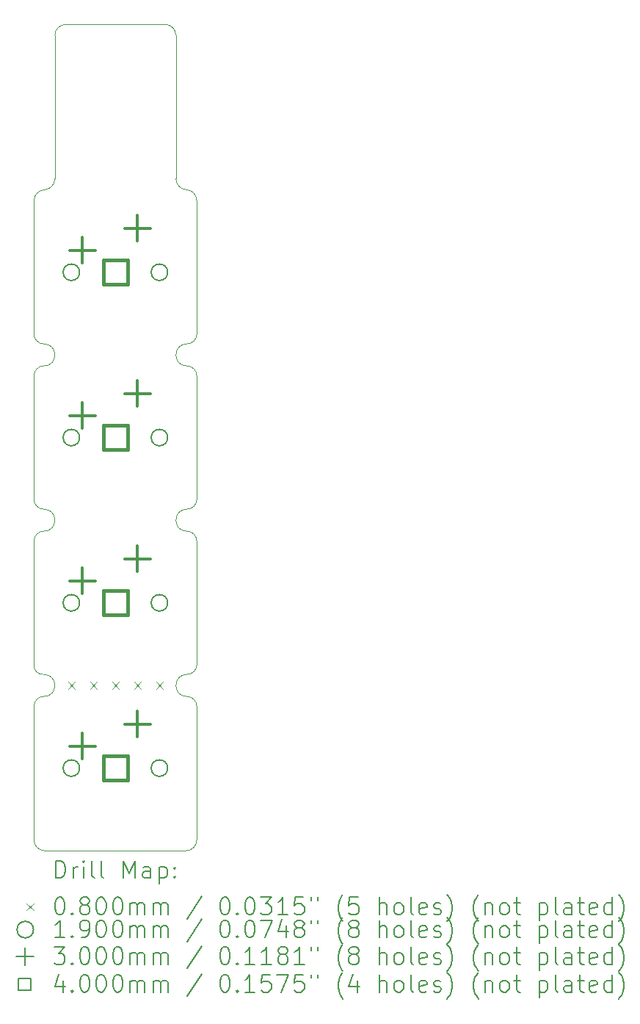
<source format=gbr>
%FSLAX45Y45*%
G04 Gerber Fmt 4.5, Leading zero omitted, Abs format (unit mm)*
G04 Created by KiCad (PCBNEW (6.0.4-0)) date 2022-03-28 13:48:54*
%MOMM*%
%LPD*%
G01*
G04 APERTURE LIST*
%TA.AperFunction,Profile*%
%ADD10C,0.100000*%
%TD*%
%ADD11C,0.200000*%
%ADD12C,0.080000*%
%ADD13C,0.190000*%
%ADD14C,0.300000*%
%ADD15C,0.400000*%
G04 APERTURE END LIST*
D10*
X11099795Y-10985499D02*
G75*
G03*
X10985500Y-10858500I-114295J12069D01*
G01*
X9334500Y-12763500D02*
G75*
G03*
X9334500Y-12509500I0J127000D01*
G01*
X11099800Y-10490200D02*
X11099800Y-9067800D01*
X9220200Y-14414500D02*
G75*
G03*
X9347200Y-14541500I127000J0D01*
G01*
X11099800Y-8585200D02*
X11098897Y-7048500D01*
X10985500Y-10604500D02*
G75*
G03*
X10985500Y-10858500I0J-127000D01*
G01*
X9220200Y-8585200D02*
G75*
G03*
X9334500Y-8699500I114300J0D01*
G01*
X11098900Y-7048500D02*
G75*
G03*
X10971897Y-6921500I-127000J0D01*
G01*
X9334500Y-10858500D02*
G75*
G03*
X9220200Y-10972800I0J-114300D01*
G01*
X9334500Y-8953500D02*
G75*
G03*
X9220200Y-9067800I0J-114300D01*
G01*
X10858504Y-6794500D02*
G75*
G03*
X10971897Y-6921500I127816J0D01*
G01*
X10731500Y-5016500D02*
X9588500Y-5016500D01*
X10985500Y-8699500D02*
G75*
G03*
X11099800Y-8585200I0J114300D01*
G01*
X9220200Y-12395200D02*
G75*
G03*
X9334500Y-12509500I103390J-10910D01*
G01*
X10985500Y-10604500D02*
G75*
G03*
X11099800Y-10490200I0J114300D01*
G01*
X11099800Y-12395200D02*
X11099800Y-10985500D01*
X10985500Y-12509500D02*
G75*
G03*
X10985500Y-12763500I0J-127000D01*
G01*
X9334500Y-10858500D02*
G75*
G03*
X9334500Y-10604500I0J127000D01*
G01*
X11099800Y-9067800D02*
G75*
G03*
X10985500Y-8953500I-114300J0D01*
G01*
X10858500Y-5143500D02*
G75*
G03*
X10731500Y-5016500I-127000J0D01*
G01*
X9588500Y-5016500D02*
G75*
G03*
X9461500Y-5143500I0J-127000D01*
G01*
X9220200Y-9067800D02*
X9220200Y-10490200D01*
X9348103Y-6922407D02*
G75*
G03*
X9220200Y-7048500I-3J-127913D01*
G01*
X9334500Y-12763500D02*
G75*
G03*
X9220200Y-12877800I0J-114300D01*
G01*
X9220200Y-10972800D02*
X9220200Y-12395200D01*
X10971897Y-14541493D02*
G75*
G03*
X11099800Y-14414500I3J127903D01*
G01*
X9348103Y-6922402D02*
G75*
G03*
X9461500Y-6794500I-15433J127902D01*
G01*
X9220200Y-12877800D02*
X9220200Y-14414500D01*
X11099800Y-12877800D02*
G75*
G03*
X10985500Y-12763500I-114300J0D01*
G01*
X9347200Y-14541500D02*
X10971897Y-14541500D01*
X9220200Y-10490200D02*
G75*
G03*
X9334500Y-10604500I114350J50D01*
G01*
X10985500Y-12509500D02*
G75*
G03*
X11099800Y-12395200I0J114300D01*
G01*
X10985500Y-8699500D02*
G75*
G03*
X10985500Y-8953500I0J-127000D01*
G01*
X9461500Y-5143500D02*
X9461500Y-6794500D01*
X9334500Y-8953500D02*
G75*
G03*
X9334500Y-8699500I0J127000D01*
G01*
X11099800Y-14414500D02*
X11099800Y-12877800D01*
X10858500Y-6794500D02*
X10858500Y-5143500D01*
X9220200Y-7048500D02*
X9220200Y-8585200D01*
D11*
D12*
X9612000Y-12596500D02*
X9692000Y-12676500D01*
X9692000Y-12596500D02*
X9612000Y-12676500D01*
X9866000Y-12596500D02*
X9946000Y-12676500D01*
X9946000Y-12596500D02*
X9866000Y-12676500D01*
X10120000Y-12596500D02*
X10200000Y-12676500D01*
X10200000Y-12596500D02*
X10120000Y-12676500D01*
X10374000Y-12596500D02*
X10454000Y-12676500D01*
X10454000Y-12596500D02*
X10374000Y-12676500D01*
X10628000Y-12596500D02*
X10708000Y-12676500D01*
X10708000Y-12596500D02*
X10628000Y-12676500D01*
D13*
X9747000Y-7874000D02*
G75*
G03*
X9747000Y-7874000I-95000J0D01*
G01*
X9747000Y-9779000D02*
G75*
G03*
X9747000Y-9779000I-95000J0D01*
G01*
X9747000Y-11684000D02*
G75*
G03*
X9747000Y-11684000I-95000J0D01*
G01*
X9747000Y-13589000D02*
G75*
G03*
X9747000Y-13589000I-95000J0D01*
G01*
X10763000Y-7874000D02*
G75*
G03*
X10763000Y-7874000I-95000J0D01*
G01*
X10763000Y-9779000D02*
G75*
G03*
X10763000Y-9779000I-95000J0D01*
G01*
X10763000Y-11684000D02*
G75*
G03*
X10763000Y-11684000I-95000J0D01*
G01*
X10763000Y-13589000D02*
G75*
G03*
X10763000Y-13589000I-95000J0D01*
G01*
D14*
X9779000Y-7470000D02*
X9779000Y-7770000D01*
X9629000Y-7620000D02*
X9929000Y-7620000D01*
X9779000Y-9375000D02*
X9779000Y-9675000D01*
X9629000Y-9525000D02*
X9929000Y-9525000D01*
X9779000Y-11280000D02*
X9779000Y-11580000D01*
X9629000Y-11430000D02*
X9929000Y-11430000D01*
X9779000Y-13185000D02*
X9779000Y-13485000D01*
X9629000Y-13335000D02*
X9929000Y-13335000D01*
X10414000Y-7216000D02*
X10414000Y-7516000D01*
X10264000Y-7366000D02*
X10564000Y-7366000D01*
X10414000Y-9121000D02*
X10414000Y-9421000D01*
X10264000Y-9271000D02*
X10564000Y-9271000D01*
X10414000Y-11026000D02*
X10414000Y-11326000D01*
X10264000Y-11176000D02*
X10564000Y-11176000D01*
X10414000Y-12931000D02*
X10414000Y-13231000D01*
X10264000Y-13081000D02*
X10564000Y-13081000D01*
D15*
X10301423Y-8015423D02*
X10301423Y-7732577D01*
X10018577Y-7732577D01*
X10018577Y-8015423D01*
X10301423Y-8015423D01*
X10301423Y-9920423D02*
X10301423Y-9637577D01*
X10018577Y-9637577D01*
X10018577Y-9920423D01*
X10301423Y-9920423D01*
X10301423Y-11825423D02*
X10301423Y-11542577D01*
X10018577Y-11542577D01*
X10018577Y-11825423D01*
X10301423Y-11825423D01*
X10301423Y-13730423D02*
X10301423Y-13447577D01*
X10018577Y-13447577D01*
X10018577Y-13730423D01*
X10301423Y-13730423D01*
D11*
X9472245Y-14856976D02*
X9472245Y-14656976D01*
X9519864Y-14656976D01*
X9548436Y-14666500D01*
X9567483Y-14685548D01*
X9577007Y-14704595D01*
X9586531Y-14742690D01*
X9586531Y-14771262D01*
X9577007Y-14809357D01*
X9567483Y-14828405D01*
X9548436Y-14847452D01*
X9519864Y-14856976D01*
X9472245Y-14856976D01*
X9672245Y-14856976D02*
X9672245Y-14723643D01*
X9672245Y-14761738D02*
X9681769Y-14742690D01*
X9691293Y-14733167D01*
X9710340Y-14723643D01*
X9729388Y-14723643D01*
X9796055Y-14856976D02*
X9796055Y-14723643D01*
X9796055Y-14656976D02*
X9786531Y-14666500D01*
X9796055Y-14676024D01*
X9805578Y-14666500D01*
X9796055Y-14656976D01*
X9796055Y-14676024D01*
X9919864Y-14856976D02*
X9900816Y-14847452D01*
X9891293Y-14828405D01*
X9891293Y-14656976D01*
X10024626Y-14856976D02*
X10005578Y-14847452D01*
X9996055Y-14828405D01*
X9996055Y-14656976D01*
X10253197Y-14856976D02*
X10253197Y-14656976D01*
X10319864Y-14799833D01*
X10386531Y-14656976D01*
X10386531Y-14856976D01*
X10567483Y-14856976D02*
X10567483Y-14752214D01*
X10557959Y-14733167D01*
X10538912Y-14723643D01*
X10500816Y-14723643D01*
X10481769Y-14733167D01*
X10567483Y-14847452D02*
X10548436Y-14856976D01*
X10500816Y-14856976D01*
X10481769Y-14847452D01*
X10472245Y-14828405D01*
X10472245Y-14809357D01*
X10481769Y-14790309D01*
X10500816Y-14780786D01*
X10548436Y-14780786D01*
X10567483Y-14771262D01*
X10662721Y-14723643D02*
X10662721Y-14923643D01*
X10662721Y-14733167D02*
X10681769Y-14723643D01*
X10719864Y-14723643D01*
X10738912Y-14733167D01*
X10748436Y-14742690D01*
X10757959Y-14761738D01*
X10757959Y-14818881D01*
X10748436Y-14837928D01*
X10738912Y-14847452D01*
X10719864Y-14856976D01*
X10681769Y-14856976D01*
X10662721Y-14847452D01*
X10843674Y-14837928D02*
X10853197Y-14847452D01*
X10843674Y-14856976D01*
X10834150Y-14847452D01*
X10843674Y-14837928D01*
X10843674Y-14856976D01*
X10843674Y-14733167D02*
X10853197Y-14742690D01*
X10843674Y-14752214D01*
X10834150Y-14742690D01*
X10843674Y-14733167D01*
X10843674Y-14752214D01*
D12*
X9134626Y-15146500D02*
X9214626Y-15226500D01*
X9214626Y-15146500D02*
X9134626Y-15226500D01*
D11*
X9510340Y-15076976D02*
X9529388Y-15076976D01*
X9548436Y-15086500D01*
X9557959Y-15096024D01*
X9567483Y-15115071D01*
X9577007Y-15153167D01*
X9577007Y-15200786D01*
X9567483Y-15238881D01*
X9557959Y-15257928D01*
X9548436Y-15267452D01*
X9529388Y-15276976D01*
X9510340Y-15276976D01*
X9491293Y-15267452D01*
X9481769Y-15257928D01*
X9472245Y-15238881D01*
X9462721Y-15200786D01*
X9462721Y-15153167D01*
X9472245Y-15115071D01*
X9481769Y-15096024D01*
X9491293Y-15086500D01*
X9510340Y-15076976D01*
X9662721Y-15257928D02*
X9672245Y-15267452D01*
X9662721Y-15276976D01*
X9653197Y-15267452D01*
X9662721Y-15257928D01*
X9662721Y-15276976D01*
X9786531Y-15162690D02*
X9767483Y-15153167D01*
X9757959Y-15143643D01*
X9748436Y-15124595D01*
X9748436Y-15115071D01*
X9757959Y-15096024D01*
X9767483Y-15086500D01*
X9786531Y-15076976D01*
X9824626Y-15076976D01*
X9843674Y-15086500D01*
X9853197Y-15096024D01*
X9862721Y-15115071D01*
X9862721Y-15124595D01*
X9853197Y-15143643D01*
X9843674Y-15153167D01*
X9824626Y-15162690D01*
X9786531Y-15162690D01*
X9767483Y-15172214D01*
X9757959Y-15181738D01*
X9748436Y-15200786D01*
X9748436Y-15238881D01*
X9757959Y-15257928D01*
X9767483Y-15267452D01*
X9786531Y-15276976D01*
X9824626Y-15276976D01*
X9843674Y-15267452D01*
X9853197Y-15257928D01*
X9862721Y-15238881D01*
X9862721Y-15200786D01*
X9853197Y-15181738D01*
X9843674Y-15172214D01*
X9824626Y-15162690D01*
X9986531Y-15076976D02*
X10005578Y-15076976D01*
X10024626Y-15086500D01*
X10034150Y-15096024D01*
X10043674Y-15115071D01*
X10053197Y-15153167D01*
X10053197Y-15200786D01*
X10043674Y-15238881D01*
X10034150Y-15257928D01*
X10024626Y-15267452D01*
X10005578Y-15276976D01*
X9986531Y-15276976D01*
X9967483Y-15267452D01*
X9957959Y-15257928D01*
X9948436Y-15238881D01*
X9938912Y-15200786D01*
X9938912Y-15153167D01*
X9948436Y-15115071D01*
X9957959Y-15096024D01*
X9967483Y-15086500D01*
X9986531Y-15076976D01*
X10177007Y-15076976D02*
X10196055Y-15076976D01*
X10215102Y-15086500D01*
X10224626Y-15096024D01*
X10234150Y-15115071D01*
X10243674Y-15153167D01*
X10243674Y-15200786D01*
X10234150Y-15238881D01*
X10224626Y-15257928D01*
X10215102Y-15267452D01*
X10196055Y-15276976D01*
X10177007Y-15276976D01*
X10157959Y-15267452D01*
X10148436Y-15257928D01*
X10138912Y-15238881D01*
X10129388Y-15200786D01*
X10129388Y-15153167D01*
X10138912Y-15115071D01*
X10148436Y-15096024D01*
X10157959Y-15086500D01*
X10177007Y-15076976D01*
X10329388Y-15276976D02*
X10329388Y-15143643D01*
X10329388Y-15162690D02*
X10338912Y-15153167D01*
X10357959Y-15143643D01*
X10386531Y-15143643D01*
X10405578Y-15153167D01*
X10415102Y-15172214D01*
X10415102Y-15276976D01*
X10415102Y-15172214D02*
X10424626Y-15153167D01*
X10443674Y-15143643D01*
X10472245Y-15143643D01*
X10491293Y-15153167D01*
X10500816Y-15172214D01*
X10500816Y-15276976D01*
X10596055Y-15276976D02*
X10596055Y-15143643D01*
X10596055Y-15162690D02*
X10605578Y-15153167D01*
X10624626Y-15143643D01*
X10653197Y-15143643D01*
X10672245Y-15153167D01*
X10681769Y-15172214D01*
X10681769Y-15276976D01*
X10681769Y-15172214D02*
X10691293Y-15153167D01*
X10710340Y-15143643D01*
X10738912Y-15143643D01*
X10757959Y-15153167D01*
X10767483Y-15172214D01*
X10767483Y-15276976D01*
X11157959Y-15067452D02*
X10986531Y-15324595D01*
X11415102Y-15076976D02*
X11434150Y-15076976D01*
X11453197Y-15086500D01*
X11462721Y-15096024D01*
X11472245Y-15115071D01*
X11481769Y-15153167D01*
X11481769Y-15200786D01*
X11472245Y-15238881D01*
X11462721Y-15257928D01*
X11453197Y-15267452D01*
X11434150Y-15276976D01*
X11415102Y-15276976D01*
X11396054Y-15267452D01*
X11386531Y-15257928D01*
X11377007Y-15238881D01*
X11367483Y-15200786D01*
X11367483Y-15153167D01*
X11377007Y-15115071D01*
X11386531Y-15096024D01*
X11396054Y-15086500D01*
X11415102Y-15076976D01*
X11567483Y-15257928D02*
X11577007Y-15267452D01*
X11567483Y-15276976D01*
X11557959Y-15267452D01*
X11567483Y-15257928D01*
X11567483Y-15276976D01*
X11700816Y-15076976D02*
X11719864Y-15076976D01*
X11738912Y-15086500D01*
X11748435Y-15096024D01*
X11757959Y-15115071D01*
X11767483Y-15153167D01*
X11767483Y-15200786D01*
X11757959Y-15238881D01*
X11748435Y-15257928D01*
X11738912Y-15267452D01*
X11719864Y-15276976D01*
X11700816Y-15276976D01*
X11681769Y-15267452D01*
X11672245Y-15257928D01*
X11662721Y-15238881D01*
X11653197Y-15200786D01*
X11653197Y-15153167D01*
X11662721Y-15115071D01*
X11672245Y-15096024D01*
X11681769Y-15086500D01*
X11700816Y-15076976D01*
X11834150Y-15076976D02*
X11957959Y-15076976D01*
X11891293Y-15153167D01*
X11919864Y-15153167D01*
X11938912Y-15162690D01*
X11948435Y-15172214D01*
X11957959Y-15191262D01*
X11957959Y-15238881D01*
X11948435Y-15257928D01*
X11938912Y-15267452D01*
X11919864Y-15276976D01*
X11862721Y-15276976D01*
X11843674Y-15267452D01*
X11834150Y-15257928D01*
X12148435Y-15276976D02*
X12034150Y-15276976D01*
X12091293Y-15276976D02*
X12091293Y-15076976D01*
X12072245Y-15105548D01*
X12053197Y-15124595D01*
X12034150Y-15134119D01*
X12329388Y-15076976D02*
X12234150Y-15076976D01*
X12224626Y-15172214D01*
X12234150Y-15162690D01*
X12253197Y-15153167D01*
X12300816Y-15153167D01*
X12319864Y-15162690D01*
X12329388Y-15172214D01*
X12338912Y-15191262D01*
X12338912Y-15238881D01*
X12329388Y-15257928D01*
X12319864Y-15267452D01*
X12300816Y-15276976D01*
X12253197Y-15276976D01*
X12234150Y-15267452D01*
X12224626Y-15257928D01*
X12415102Y-15076976D02*
X12415102Y-15115071D01*
X12491293Y-15076976D02*
X12491293Y-15115071D01*
X12786531Y-15353167D02*
X12777007Y-15343643D01*
X12757959Y-15315071D01*
X12748435Y-15296024D01*
X12738912Y-15267452D01*
X12729388Y-15219833D01*
X12729388Y-15181738D01*
X12738912Y-15134119D01*
X12748435Y-15105548D01*
X12757959Y-15086500D01*
X12777007Y-15057928D01*
X12786531Y-15048405D01*
X12957959Y-15076976D02*
X12862721Y-15076976D01*
X12853197Y-15172214D01*
X12862721Y-15162690D01*
X12881769Y-15153167D01*
X12929388Y-15153167D01*
X12948435Y-15162690D01*
X12957959Y-15172214D01*
X12967483Y-15191262D01*
X12967483Y-15238881D01*
X12957959Y-15257928D01*
X12948435Y-15267452D01*
X12929388Y-15276976D01*
X12881769Y-15276976D01*
X12862721Y-15267452D01*
X12853197Y-15257928D01*
X13205578Y-15276976D02*
X13205578Y-15076976D01*
X13291293Y-15276976D02*
X13291293Y-15172214D01*
X13281769Y-15153167D01*
X13262721Y-15143643D01*
X13234150Y-15143643D01*
X13215102Y-15153167D01*
X13205578Y-15162690D01*
X13415102Y-15276976D02*
X13396054Y-15267452D01*
X13386531Y-15257928D01*
X13377007Y-15238881D01*
X13377007Y-15181738D01*
X13386531Y-15162690D01*
X13396054Y-15153167D01*
X13415102Y-15143643D01*
X13443674Y-15143643D01*
X13462721Y-15153167D01*
X13472245Y-15162690D01*
X13481769Y-15181738D01*
X13481769Y-15238881D01*
X13472245Y-15257928D01*
X13462721Y-15267452D01*
X13443674Y-15276976D01*
X13415102Y-15276976D01*
X13596054Y-15276976D02*
X13577007Y-15267452D01*
X13567483Y-15248405D01*
X13567483Y-15076976D01*
X13748435Y-15267452D02*
X13729388Y-15276976D01*
X13691293Y-15276976D01*
X13672245Y-15267452D01*
X13662721Y-15248405D01*
X13662721Y-15172214D01*
X13672245Y-15153167D01*
X13691293Y-15143643D01*
X13729388Y-15143643D01*
X13748435Y-15153167D01*
X13757959Y-15172214D01*
X13757959Y-15191262D01*
X13662721Y-15210309D01*
X13834150Y-15267452D02*
X13853197Y-15276976D01*
X13891293Y-15276976D01*
X13910340Y-15267452D01*
X13919864Y-15248405D01*
X13919864Y-15238881D01*
X13910340Y-15219833D01*
X13891293Y-15210309D01*
X13862721Y-15210309D01*
X13843674Y-15200786D01*
X13834150Y-15181738D01*
X13834150Y-15172214D01*
X13843674Y-15153167D01*
X13862721Y-15143643D01*
X13891293Y-15143643D01*
X13910340Y-15153167D01*
X13986531Y-15353167D02*
X13996054Y-15343643D01*
X14015102Y-15315071D01*
X14024626Y-15296024D01*
X14034150Y-15267452D01*
X14043674Y-15219833D01*
X14043674Y-15181738D01*
X14034150Y-15134119D01*
X14024626Y-15105548D01*
X14015102Y-15086500D01*
X13996054Y-15057928D01*
X13986531Y-15048405D01*
X14348435Y-15353167D02*
X14338912Y-15343643D01*
X14319864Y-15315071D01*
X14310340Y-15296024D01*
X14300816Y-15267452D01*
X14291293Y-15219833D01*
X14291293Y-15181738D01*
X14300816Y-15134119D01*
X14310340Y-15105548D01*
X14319864Y-15086500D01*
X14338912Y-15057928D01*
X14348435Y-15048405D01*
X14424626Y-15143643D02*
X14424626Y-15276976D01*
X14424626Y-15162690D02*
X14434150Y-15153167D01*
X14453197Y-15143643D01*
X14481769Y-15143643D01*
X14500816Y-15153167D01*
X14510340Y-15172214D01*
X14510340Y-15276976D01*
X14634150Y-15276976D02*
X14615102Y-15267452D01*
X14605578Y-15257928D01*
X14596054Y-15238881D01*
X14596054Y-15181738D01*
X14605578Y-15162690D01*
X14615102Y-15153167D01*
X14634150Y-15143643D01*
X14662721Y-15143643D01*
X14681769Y-15153167D01*
X14691293Y-15162690D01*
X14700816Y-15181738D01*
X14700816Y-15238881D01*
X14691293Y-15257928D01*
X14681769Y-15267452D01*
X14662721Y-15276976D01*
X14634150Y-15276976D01*
X14757959Y-15143643D02*
X14834150Y-15143643D01*
X14786531Y-15076976D02*
X14786531Y-15248405D01*
X14796054Y-15267452D01*
X14815102Y-15276976D01*
X14834150Y-15276976D01*
X15053197Y-15143643D02*
X15053197Y-15343643D01*
X15053197Y-15153167D02*
X15072245Y-15143643D01*
X15110340Y-15143643D01*
X15129388Y-15153167D01*
X15138912Y-15162690D01*
X15148435Y-15181738D01*
X15148435Y-15238881D01*
X15138912Y-15257928D01*
X15129388Y-15267452D01*
X15110340Y-15276976D01*
X15072245Y-15276976D01*
X15053197Y-15267452D01*
X15262721Y-15276976D02*
X15243674Y-15267452D01*
X15234150Y-15248405D01*
X15234150Y-15076976D01*
X15424626Y-15276976D02*
X15424626Y-15172214D01*
X15415102Y-15153167D01*
X15396054Y-15143643D01*
X15357959Y-15143643D01*
X15338912Y-15153167D01*
X15424626Y-15267452D02*
X15405578Y-15276976D01*
X15357959Y-15276976D01*
X15338912Y-15267452D01*
X15329388Y-15248405D01*
X15329388Y-15229357D01*
X15338912Y-15210309D01*
X15357959Y-15200786D01*
X15405578Y-15200786D01*
X15424626Y-15191262D01*
X15491293Y-15143643D02*
X15567483Y-15143643D01*
X15519864Y-15076976D02*
X15519864Y-15248405D01*
X15529388Y-15267452D01*
X15548435Y-15276976D01*
X15567483Y-15276976D01*
X15710340Y-15267452D02*
X15691293Y-15276976D01*
X15653197Y-15276976D01*
X15634150Y-15267452D01*
X15624626Y-15248405D01*
X15624626Y-15172214D01*
X15634150Y-15153167D01*
X15653197Y-15143643D01*
X15691293Y-15143643D01*
X15710340Y-15153167D01*
X15719864Y-15172214D01*
X15719864Y-15191262D01*
X15624626Y-15210309D01*
X15891293Y-15276976D02*
X15891293Y-15076976D01*
X15891293Y-15267452D02*
X15872245Y-15276976D01*
X15834150Y-15276976D01*
X15815102Y-15267452D01*
X15805578Y-15257928D01*
X15796054Y-15238881D01*
X15796054Y-15181738D01*
X15805578Y-15162690D01*
X15815102Y-15153167D01*
X15834150Y-15143643D01*
X15872245Y-15143643D01*
X15891293Y-15153167D01*
X15967483Y-15353167D02*
X15977007Y-15343643D01*
X15996054Y-15315071D01*
X16005578Y-15296024D01*
X16015102Y-15267452D01*
X16024626Y-15219833D01*
X16024626Y-15181738D01*
X16015102Y-15134119D01*
X16005578Y-15105548D01*
X15996054Y-15086500D01*
X15977007Y-15057928D01*
X15967483Y-15048405D01*
D13*
X9214626Y-15450500D02*
G75*
G03*
X9214626Y-15450500I-95000J0D01*
G01*
D11*
X9577007Y-15540976D02*
X9462721Y-15540976D01*
X9519864Y-15540976D02*
X9519864Y-15340976D01*
X9500816Y-15369548D01*
X9481769Y-15388595D01*
X9462721Y-15398119D01*
X9662721Y-15521928D02*
X9672245Y-15531452D01*
X9662721Y-15540976D01*
X9653197Y-15531452D01*
X9662721Y-15521928D01*
X9662721Y-15540976D01*
X9767483Y-15540976D02*
X9805578Y-15540976D01*
X9824626Y-15531452D01*
X9834150Y-15521928D01*
X9853197Y-15493357D01*
X9862721Y-15455262D01*
X9862721Y-15379071D01*
X9853197Y-15360024D01*
X9843674Y-15350500D01*
X9824626Y-15340976D01*
X9786531Y-15340976D01*
X9767483Y-15350500D01*
X9757959Y-15360024D01*
X9748436Y-15379071D01*
X9748436Y-15426690D01*
X9757959Y-15445738D01*
X9767483Y-15455262D01*
X9786531Y-15464786D01*
X9824626Y-15464786D01*
X9843674Y-15455262D01*
X9853197Y-15445738D01*
X9862721Y-15426690D01*
X9986531Y-15340976D02*
X10005578Y-15340976D01*
X10024626Y-15350500D01*
X10034150Y-15360024D01*
X10043674Y-15379071D01*
X10053197Y-15417167D01*
X10053197Y-15464786D01*
X10043674Y-15502881D01*
X10034150Y-15521928D01*
X10024626Y-15531452D01*
X10005578Y-15540976D01*
X9986531Y-15540976D01*
X9967483Y-15531452D01*
X9957959Y-15521928D01*
X9948436Y-15502881D01*
X9938912Y-15464786D01*
X9938912Y-15417167D01*
X9948436Y-15379071D01*
X9957959Y-15360024D01*
X9967483Y-15350500D01*
X9986531Y-15340976D01*
X10177007Y-15340976D02*
X10196055Y-15340976D01*
X10215102Y-15350500D01*
X10224626Y-15360024D01*
X10234150Y-15379071D01*
X10243674Y-15417167D01*
X10243674Y-15464786D01*
X10234150Y-15502881D01*
X10224626Y-15521928D01*
X10215102Y-15531452D01*
X10196055Y-15540976D01*
X10177007Y-15540976D01*
X10157959Y-15531452D01*
X10148436Y-15521928D01*
X10138912Y-15502881D01*
X10129388Y-15464786D01*
X10129388Y-15417167D01*
X10138912Y-15379071D01*
X10148436Y-15360024D01*
X10157959Y-15350500D01*
X10177007Y-15340976D01*
X10329388Y-15540976D02*
X10329388Y-15407643D01*
X10329388Y-15426690D02*
X10338912Y-15417167D01*
X10357959Y-15407643D01*
X10386531Y-15407643D01*
X10405578Y-15417167D01*
X10415102Y-15436214D01*
X10415102Y-15540976D01*
X10415102Y-15436214D02*
X10424626Y-15417167D01*
X10443674Y-15407643D01*
X10472245Y-15407643D01*
X10491293Y-15417167D01*
X10500816Y-15436214D01*
X10500816Y-15540976D01*
X10596055Y-15540976D02*
X10596055Y-15407643D01*
X10596055Y-15426690D02*
X10605578Y-15417167D01*
X10624626Y-15407643D01*
X10653197Y-15407643D01*
X10672245Y-15417167D01*
X10681769Y-15436214D01*
X10681769Y-15540976D01*
X10681769Y-15436214D02*
X10691293Y-15417167D01*
X10710340Y-15407643D01*
X10738912Y-15407643D01*
X10757959Y-15417167D01*
X10767483Y-15436214D01*
X10767483Y-15540976D01*
X11157959Y-15331452D02*
X10986531Y-15588595D01*
X11415102Y-15340976D02*
X11434150Y-15340976D01*
X11453197Y-15350500D01*
X11462721Y-15360024D01*
X11472245Y-15379071D01*
X11481769Y-15417167D01*
X11481769Y-15464786D01*
X11472245Y-15502881D01*
X11462721Y-15521928D01*
X11453197Y-15531452D01*
X11434150Y-15540976D01*
X11415102Y-15540976D01*
X11396054Y-15531452D01*
X11386531Y-15521928D01*
X11377007Y-15502881D01*
X11367483Y-15464786D01*
X11367483Y-15417167D01*
X11377007Y-15379071D01*
X11386531Y-15360024D01*
X11396054Y-15350500D01*
X11415102Y-15340976D01*
X11567483Y-15521928D02*
X11577007Y-15531452D01*
X11567483Y-15540976D01*
X11557959Y-15531452D01*
X11567483Y-15521928D01*
X11567483Y-15540976D01*
X11700816Y-15340976D02*
X11719864Y-15340976D01*
X11738912Y-15350500D01*
X11748435Y-15360024D01*
X11757959Y-15379071D01*
X11767483Y-15417167D01*
X11767483Y-15464786D01*
X11757959Y-15502881D01*
X11748435Y-15521928D01*
X11738912Y-15531452D01*
X11719864Y-15540976D01*
X11700816Y-15540976D01*
X11681769Y-15531452D01*
X11672245Y-15521928D01*
X11662721Y-15502881D01*
X11653197Y-15464786D01*
X11653197Y-15417167D01*
X11662721Y-15379071D01*
X11672245Y-15360024D01*
X11681769Y-15350500D01*
X11700816Y-15340976D01*
X11834150Y-15340976D02*
X11967483Y-15340976D01*
X11881769Y-15540976D01*
X12129388Y-15407643D02*
X12129388Y-15540976D01*
X12081769Y-15331452D02*
X12034150Y-15474309D01*
X12157959Y-15474309D01*
X12262721Y-15426690D02*
X12243674Y-15417167D01*
X12234150Y-15407643D01*
X12224626Y-15388595D01*
X12224626Y-15379071D01*
X12234150Y-15360024D01*
X12243674Y-15350500D01*
X12262721Y-15340976D01*
X12300816Y-15340976D01*
X12319864Y-15350500D01*
X12329388Y-15360024D01*
X12338912Y-15379071D01*
X12338912Y-15388595D01*
X12329388Y-15407643D01*
X12319864Y-15417167D01*
X12300816Y-15426690D01*
X12262721Y-15426690D01*
X12243674Y-15436214D01*
X12234150Y-15445738D01*
X12224626Y-15464786D01*
X12224626Y-15502881D01*
X12234150Y-15521928D01*
X12243674Y-15531452D01*
X12262721Y-15540976D01*
X12300816Y-15540976D01*
X12319864Y-15531452D01*
X12329388Y-15521928D01*
X12338912Y-15502881D01*
X12338912Y-15464786D01*
X12329388Y-15445738D01*
X12319864Y-15436214D01*
X12300816Y-15426690D01*
X12415102Y-15340976D02*
X12415102Y-15379071D01*
X12491293Y-15340976D02*
X12491293Y-15379071D01*
X12786531Y-15617167D02*
X12777007Y-15607643D01*
X12757959Y-15579071D01*
X12748435Y-15560024D01*
X12738912Y-15531452D01*
X12729388Y-15483833D01*
X12729388Y-15445738D01*
X12738912Y-15398119D01*
X12748435Y-15369548D01*
X12757959Y-15350500D01*
X12777007Y-15321928D01*
X12786531Y-15312405D01*
X12891293Y-15426690D02*
X12872245Y-15417167D01*
X12862721Y-15407643D01*
X12853197Y-15388595D01*
X12853197Y-15379071D01*
X12862721Y-15360024D01*
X12872245Y-15350500D01*
X12891293Y-15340976D01*
X12929388Y-15340976D01*
X12948435Y-15350500D01*
X12957959Y-15360024D01*
X12967483Y-15379071D01*
X12967483Y-15388595D01*
X12957959Y-15407643D01*
X12948435Y-15417167D01*
X12929388Y-15426690D01*
X12891293Y-15426690D01*
X12872245Y-15436214D01*
X12862721Y-15445738D01*
X12853197Y-15464786D01*
X12853197Y-15502881D01*
X12862721Y-15521928D01*
X12872245Y-15531452D01*
X12891293Y-15540976D01*
X12929388Y-15540976D01*
X12948435Y-15531452D01*
X12957959Y-15521928D01*
X12967483Y-15502881D01*
X12967483Y-15464786D01*
X12957959Y-15445738D01*
X12948435Y-15436214D01*
X12929388Y-15426690D01*
X13205578Y-15540976D02*
X13205578Y-15340976D01*
X13291293Y-15540976D02*
X13291293Y-15436214D01*
X13281769Y-15417167D01*
X13262721Y-15407643D01*
X13234150Y-15407643D01*
X13215102Y-15417167D01*
X13205578Y-15426690D01*
X13415102Y-15540976D02*
X13396054Y-15531452D01*
X13386531Y-15521928D01*
X13377007Y-15502881D01*
X13377007Y-15445738D01*
X13386531Y-15426690D01*
X13396054Y-15417167D01*
X13415102Y-15407643D01*
X13443674Y-15407643D01*
X13462721Y-15417167D01*
X13472245Y-15426690D01*
X13481769Y-15445738D01*
X13481769Y-15502881D01*
X13472245Y-15521928D01*
X13462721Y-15531452D01*
X13443674Y-15540976D01*
X13415102Y-15540976D01*
X13596054Y-15540976D02*
X13577007Y-15531452D01*
X13567483Y-15512405D01*
X13567483Y-15340976D01*
X13748435Y-15531452D02*
X13729388Y-15540976D01*
X13691293Y-15540976D01*
X13672245Y-15531452D01*
X13662721Y-15512405D01*
X13662721Y-15436214D01*
X13672245Y-15417167D01*
X13691293Y-15407643D01*
X13729388Y-15407643D01*
X13748435Y-15417167D01*
X13757959Y-15436214D01*
X13757959Y-15455262D01*
X13662721Y-15474309D01*
X13834150Y-15531452D02*
X13853197Y-15540976D01*
X13891293Y-15540976D01*
X13910340Y-15531452D01*
X13919864Y-15512405D01*
X13919864Y-15502881D01*
X13910340Y-15483833D01*
X13891293Y-15474309D01*
X13862721Y-15474309D01*
X13843674Y-15464786D01*
X13834150Y-15445738D01*
X13834150Y-15436214D01*
X13843674Y-15417167D01*
X13862721Y-15407643D01*
X13891293Y-15407643D01*
X13910340Y-15417167D01*
X13986531Y-15617167D02*
X13996054Y-15607643D01*
X14015102Y-15579071D01*
X14024626Y-15560024D01*
X14034150Y-15531452D01*
X14043674Y-15483833D01*
X14043674Y-15445738D01*
X14034150Y-15398119D01*
X14024626Y-15369548D01*
X14015102Y-15350500D01*
X13996054Y-15321928D01*
X13986531Y-15312405D01*
X14348435Y-15617167D02*
X14338912Y-15607643D01*
X14319864Y-15579071D01*
X14310340Y-15560024D01*
X14300816Y-15531452D01*
X14291293Y-15483833D01*
X14291293Y-15445738D01*
X14300816Y-15398119D01*
X14310340Y-15369548D01*
X14319864Y-15350500D01*
X14338912Y-15321928D01*
X14348435Y-15312405D01*
X14424626Y-15407643D02*
X14424626Y-15540976D01*
X14424626Y-15426690D02*
X14434150Y-15417167D01*
X14453197Y-15407643D01*
X14481769Y-15407643D01*
X14500816Y-15417167D01*
X14510340Y-15436214D01*
X14510340Y-15540976D01*
X14634150Y-15540976D02*
X14615102Y-15531452D01*
X14605578Y-15521928D01*
X14596054Y-15502881D01*
X14596054Y-15445738D01*
X14605578Y-15426690D01*
X14615102Y-15417167D01*
X14634150Y-15407643D01*
X14662721Y-15407643D01*
X14681769Y-15417167D01*
X14691293Y-15426690D01*
X14700816Y-15445738D01*
X14700816Y-15502881D01*
X14691293Y-15521928D01*
X14681769Y-15531452D01*
X14662721Y-15540976D01*
X14634150Y-15540976D01*
X14757959Y-15407643D02*
X14834150Y-15407643D01*
X14786531Y-15340976D02*
X14786531Y-15512405D01*
X14796054Y-15531452D01*
X14815102Y-15540976D01*
X14834150Y-15540976D01*
X15053197Y-15407643D02*
X15053197Y-15607643D01*
X15053197Y-15417167D02*
X15072245Y-15407643D01*
X15110340Y-15407643D01*
X15129388Y-15417167D01*
X15138912Y-15426690D01*
X15148435Y-15445738D01*
X15148435Y-15502881D01*
X15138912Y-15521928D01*
X15129388Y-15531452D01*
X15110340Y-15540976D01*
X15072245Y-15540976D01*
X15053197Y-15531452D01*
X15262721Y-15540976D02*
X15243674Y-15531452D01*
X15234150Y-15512405D01*
X15234150Y-15340976D01*
X15424626Y-15540976D02*
X15424626Y-15436214D01*
X15415102Y-15417167D01*
X15396054Y-15407643D01*
X15357959Y-15407643D01*
X15338912Y-15417167D01*
X15424626Y-15531452D02*
X15405578Y-15540976D01*
X15357959Y-15540976D01*
X15338912Y-15531452D01*
X15329388Y-15512405D01*
X15329388Y-15493357D01*
X15338912Y-15474309D01*
X15357959Y-15464786D01*
X15405578Y-15464786D01*
X15424626Y-15455262D01*
X15491293Y-15407643D02*
X15567483Y-15407643D01*
X15519864Y-15340976D02*
X15519864Y-15512405D01*
X15529388Y-15531452D01*
X15548435Y-15540976D01*
X15567483Y-15540976D01*
X15710340Y-15531452D02*
X15691293Y-15540976D01*
X15653197Y-15540976D01*
X15634150Y-15531452D01*
X15624626Y-15512405D01*
X15624626Y-15436214D01*
X15634150Y-15417167D01*
X15653197Y-15407643D01*
X15691293Y-15407643D01*
X15710340Y-15417167D01*
X15719864Y-15436214D01*
X15719864Y-15455262D01*
X15624626Y-15474309D01*
X15891293Y-15540976D02*
X15891293Y-15340976D01*
X15891293Y-15531452D02*
X15872245Y-15540976D01*
X15834150Y-15540976D01*
X15815102Y-15531452D01*
X15805578Y-15521928D01*
X15796054Y-15502881D01*
X15796054Y-15445738D01*
X15805578Y-15426690D01*
X15815102Y-15417167D01*
X15834150Y-15407643D01*
X15872245Y-15407643D01*
X15891293Y-15417167D01*
X15967483Y-15617167D02*
X15977007Y-15607643D01*
X15996054Y-15579071D01*
X16005578Y-15560024D01*
X16015102Y-15531452D01*
X16024626Y-15483833D01*
X16024626Y-15445738D01*
X16015102Y-15398119D01*
X16005578Y-15369548D01*
X15996054Y-15350500D01*
X15977007Y-15321928D01*
X15967483Y-15312405D01*
X9114626Y-15660500D02*
X9114626Y-15860500D01*
X9014626Y-15760500D02*
X9214626Y-15760500D01*
X9453197Y-15650976D02*
X9577007Y-15650976D01*
X9510340Y-15727167D01*
X9538912Y-15727167D01*
X9557959Y-15736690D01*
X9567483Y-15746214D01*
X9577007Y-15765262D01*
X9577007Y-15812881D01*
X9567483Y-15831928D01*
X9557959Y-15841452D01*
X9538912Y-15850976D01*
X9481769Y-15850976D01*
X9462721Y-15841452D01*
X9453197Y-15831928D01*
X9662721Y-15831928D02*
X9672245Y-15841452D01*
X9662721Y-15850976D01*
X9653197Y-15841452D01*
X9662721Y-15831928D01*
X9662721Y-15850976D01*
X9796055Y-15650976D02*
X9815102Y-15650976D01*
X9834150Y-15660500D01*
X9843674Y-15670024D01*
X9853197Y-15689071D01*
X9862721Y-15727167D01*
X9862721Y-15774786D01*
X9853197Y-15812881D01*
X9843674Y-15831928D01*
X9834150Y-15841452D01*
X9815102Y-15850976D01*
X9796055Y-15850976D01*
X9777007Y-15841452D01*
X9767483Y-15831928D01*
X9757959Y-15812881D01*
X9748436Y-15774786D01*
X9748436Y-15727167D01*
X9757959Y-15689071D01*
X9767483Y-15670024D01*
X9777007Y-15660500D01*
X9796055Y-15650976D01*
X9986531Y-15650976D02*
X10005578Y-15650976D01*
X10024626Y-15660500D01*
X10034150Y-15670024D01*
X10043674Y-15689071D01*
X10053197Y-15727167D01*
X10053197Y-15774786D01*
X10043674Y-15812881D01*
X10034150Y-15831928D01*
X10024626Y-15841452D01*
X10005578Y-15850976D01*
X9986531Y-15850976D01*
X9967483Y-15841452D01*
X9957959Y-15831928D01*
X9948436Y-15812881D01*
X9938912Y-15774786D01*
X9938912Y-15727167D01*
X9948436Y-15689071D01*
X9957959Y-15670024D01*
X9967483Y-15660500D01*
X9986531Y-15650976D01*
X10177007Y-15650976D02*
X10196055Y-15650976D01*
X10215102Y-15660500D01*
X10224626Y-15670024D01*
X10234150Y-15689071D01*
X10243674Y-15727167D01*
X10243674Y-15774786D01*
X10234150Y-15812881D01*
X10224626Y-15831928D01*
X10215102Y-15841452D01*
X10196055Y-15850976D01*
X10177007Y-15850976D01*
X10157959Y-15841452D01*
X10148436Y-15831928D01*
X10138912Y-15812881D01*
X10129388Y-15774786D01*
X10129388Y-15727167D01*
X10138912Y-15689071D01*
X10148436Y-15670024D01*
X10157959Y-15660500D01*
X10177007Y-15650976D01*
X10329388Y-15850976D02*
X10329388Y-15717643D01*
X10329388Y-15736690D02*
X10338912Y-15727167D01*
X10357959Y-15717643D01*
X10386531Y-15717643D01*
X10405578Y-15727167D01*
X10415102Y-15746214D01*
X10415102Y-15850976D01*
X10415102Y-15746214D02*
X10424626Y-15727167D01*
X10443674Y-15717643D01*
X10472245Y-15717643D01*
X10491293Y-15727167D01*
X10500816Y-15746214D01*
X10500816Y-15850976D01*
X10596055Y-15850976D02*
X10596055Y-15717643D01*
X10596055Y-15736690D02*
X10605578Y-15727167D01*
X10624626Y-15717643D01*
X10653197Y-15717643D01*
X10672245Y-15727167D01*
X10681769Y-15746214D01*
X10681769Y-15850976D01*
X10681769Y-15746214D02*
X10691293Y-15727167D01*
X10710340Y-15717643D01*
X10738912Y-15717643D01*
X10757959Y-15727167D01*
X10767483Y-15746214D01*
X10767483Y-15850976D01*
X11157959Y-15641452D02*
X10986531Y-15898595D01*
X11415102Y-15650976D02*
X11434150Y-15650976D01*
X11453197Y-15660500D01*
X11462721Y-15670024D01*
X11472245Y-15689071D01*
X11481769Y-15727167D01*
X11481769Y-15774786D01*
X11472245Y-15812881D01*
X11462721Y-15831928D01*
X11453197Y-15841452D01*
X11434150Y-15850976D01*
X11415102Y-15850976D01*
X11396054Y-15841452D01*
X11386531Y-15831928D01*
X11377007Y-15812881D01*
X11367483Y-15774786D01*
X11367483Y-15727167D01*
X11377007Y-15689071D01*
X11386531Y-15670024D01*
X11396054Y-15660500D01*
X11415102Y-15650976D01*
X11567483Y-15831928D02*
X11577007Y-15841452D01*
X11567483Y-15850976D01*
X11557959Y-15841452D01*
X11567483Y-15831928D01*
X11567483Y-15850976D01*
X11767483Y-15850976D02*
X11653197Y-15850976D01*
X11710340Y-15850976D02*
X11710340Y-15650976D01*
X11691293Y-15679548D01*
X11672245Y-15698595D01*
X11653197Y-15708119D01*
X11957959Y-15850976D02*
X11843674Y-15850976D01*
X11900816Y-15850976D02*
X11900816Y-15650976D01*
X11881769Y-15679548D01*
X11862721Y-15698595D01*
X11843674Y-15708119D01*
X12072245Y-15736690D02*
X12053197Y-15727167D01*
X12043674Y-15717643D01*
X12034150Y-15698595D01*
X12034150Y-15689071D01*
X12043674Y-15670024D01*
X12053197Y-15660500D01*
X12072245Y-15650976D01*
X12110340Y-15650976D01*
X12129388Y-15660500D01*
X12138912Y-15670024D01*
X12148435Y-15689071D01*
X12148435Y-15698595D01*
X12138912Y-15717643D01*
X12129388Y-15727167D01*
X12110340Y-15736690D01*
X12072245Y-15736690D01*
X12053197Y-15746214D01*
X12043674Y-15755738D01*
X12034150Y-15774786D01*
X12034150Y-15812881D01*
X12043674Y-15831928D01*
X12053197Y-15841452D01*
X12072245Y-15850976D01*
X12110340Y-15850976D01*
X12129388Y-15841452D01*
X12138912Y-15831928D01*
X12148435Y-15812881D01*
X12148435Y-15774786D01*
X12138912Y-15755738D01*
X12129388Y-15746214D01*
X12110340Y-15736690D01*
X12338912Y-15850976D02*
X12224626Y-15850976D01*
X12281769Y-15850976D02*
X12281769Y-15650976D01*
X12262721Y-15679548D01*
X12243674Y-15698595D01*
X12224626Y-15708119D01*
X12415102Y-15650976D02*
X12415102Y-15689071D01*
X12491293Y-15650976D02*
X12491293Y-15689071D01*
X12786531Y-15927167D02*
X12777007Y-15917643D01*
X12757959Y-15889071D01*
X12748435Y-15870024D01*
X12738912Y-15841452D01*
X12729388Y-15793833D01*
X12729388Y-15755738D01*
X12738912Y-15708119D01*
X12748435Y-15679548D01*
X12757959Y-15660500D01*
X12777007Y-15631928D01*
X12786531Y-15622405D01*
X12891293Y-15736690D02*
X12872245Y-15727167D01*
X12862721Y-15717643D01*
X12853197Y-15698595D01*
X12853197Y-15689071D01*
X12862721Y-15670024D01*
X12872245Y-15660500D01*
X12891293Y-15650976D01*
X12929388Y-15650976D01*
X12948435Y-15660500D01*
X12957959Y-15670024D01*
X12967483Y-15689071D01*
X12967483Y-15698595D01*
X12957959Y-15717643D01*
X12948435Y-15727167D01*
X12929388Y-15736690D01*
X12891293Y-15736690D01*
X12872245Y-15746214D01*
X12862721Y-15755738D01*
X12853197Y-15774786D01*
X12853197Y-15812881D01*
X12862721Y-15831928D01*
X12872245Y-15841452D01*
X12891293Y-15850976D01*
X12929388Y-15850976D01*
X12948435Y-15841452D01*
X12957959Y-15831928D01*
X12967483Y-15812881D01*
X12967483Y-15774786D01*
X12957959Y-15755738D01*
X12948435Y-15746214D01*
X12929388Y-15736690D01*
X13205578Y-15850976D02*
X13205578Y-15650976D01*
X13291293Y-15850976D02*
X13291293Y-15746214D01*
X13281769Y-15727167D01*
X13262721Y-15717643D01*
X13234150Y-15717643D01*
X13215102Y-15727167D01*
X13205578Y-15736690D01*
X13415102Y-15850976D02*
X13396054Y-15841452D01*
X13386531Y-15831928D01*
X13377007Y-15812881D01*
X13377007Y-15755738D01*
X13386531Y-15736690D01*
X13396054Y-15727167D01*
X13415102Y-15717643D01*
X13443674Y-15717643D01*
X13462721Y-15727167D01*
X13472245Y-15736690D01*
X13481769Y-15755738D01*
X13481769Y-15812881D01*
X13472245Y-15831928D01*
X13462721Y-15841452D01*
X13443674Y-15850976D01*
X13415102Y-15850976D01*
X13596054Y-15850976D02*
X13577007Y-15841452D01*
X13567483Y-15822405D01*
X13567483Y-15650976D01*
X13748435Y-15841452D02*
X13729388Y-15850976D01*
X13691293Y-15850976D01*
X13672245Y-15841452D01*
X13662721Y-15822405D01*
X13662721Y-15746214D01*
X13672245Y-15727167D01*
X13691293Y-15717643D01*
X13729388Y-15717643D01*
X13748435Y-15727167D01*
X13757959Y-15746214D01*
X13757959Y-15765262D01*
X13662721Y-15784309D01*
X13834150Y-15841452D02*
X13853197Y-15850976D01*
X13891293Y-15850976D01*
X13910340Y-15841452D01*
X13919864Y-15822405D01*
X13919864Y-15812881D01*
X13910340Y-15793833D01*
X13891293Y-15784309D01*
X13862721Y-15784309D01*
X13843674Y-15774786D01*
X13834150Y-15755738D01*
X13834150Y-15746214D01*
X13843674Y-15727167D01*
X13862721Y-15717643D01*
X13891293Y-15717643D01*
X13910340Y-15727167D01*
X13986531Y-15927167D02*
X13996054Y-15917643D01*
X14015102Y-15889071D01*
X14024626Y-15870024D01*
X14034150Y-15841452D01*
X14043674Y-15793833D01*
X14043674Y-15755738D01*
X14034150Y-15708119D01*
X14024626Y-15679548D01*
X14015102Y-15660500D01*
X13996054Y-15631928D01*
X13986531Y-15622405D01*
X14348435Y-15927167D02*
X14338912Y-15917643D01*
X14319864Y-15889071D01*
X14310340Y-15870024D01*
X14300816Y-15841452D01*
X14291293Y-15793833D01*
X14291293Y-15755738D01*
X14300816Y-15708119D01*
X14310340Y-15679548D01*
X14319864Y-15660500D01*
X14338912Y-15631928D01*
X14348435Y-15622405D01*
X14424626Y-15717643D02*
X14424626Y-15850976D01*
X14424626Y-15736690D02*
X14434150Y-15727167D01*
X14453197Y-15717643D01*
X14481769Y-15717643D01*
X14500816Y-15727167D01*
X14510340Y-15746214D01*
X14510340Y-15850976D01*
X14634150Y-15850976D02*
X14615102Y-15841452D01*
X14605578Y-15831928D01*
X14596054Y-15812881D01*
X14596054Y-15755738D01*
X14605578Y-15736690D01*
X14615102Y-15727167D01*
X14634150Y-15717643D01*
X14662721Y-15717643D01*
X14681769Y-15727167D01*
X14691293Y-15736690D01*
X14700816Y-15755738D01*
X14700816Y-15812881D01*
X14691293Y-15831928D01*
X14681769Y-15841452D01*
X14662721Y-15850976D01*
X14634150Y-15850976D01*
X14757959Y-15717643D02*
X14834150Y-15717643D01*
X14786531Y-15650976D02*
X14786531Y-15822405D01*
X14796054Y-15841452D01*
X14815102Y-15850976D01*
X14834150Y-15850976D01*
X15053197Y-15717643D02*
X15053197Y-15917643D01*
X15053197Y-15727167D02*
X15072245Y-15717643D01*
X15110340Y-15717643D01*
X15129388Y-15727167D01*
X15138912Y-15736690D01*
X15148435Y-15755738D01*
X15148435Y-15812881D01*
X15138912Y-15831928D01*
X15129388Y-15841452D01*
X15110340Y-15850976D01*
X15072245Y-15850976D01*
X15053197Y-15841452D01*
X15262721Y-15850976D02*
X15243674Y-15841452D01*
X15234150Y-15822405D01*
X15234150Y-15650976D01*
X15424626Y-15850976D02*
X15424626Y-15746214D01*
X15415102Y-15727167D01*
X15396054Y-15717643D01*
X15357959Y-15717643D01*
X15338912Y-15727167D01*
X15424626Y-15841452D02*
X15405578Y-15850976D01*
X15357959Y-15850976D01*
X15338912Y-15841452D01*
X15329388Y-15822405D01*
X15329388Y-15803357D01*
X15338912Y-15784309D01*
X15357959Y-15774786D01*
X15405578Y-15774786D01*
X15424626Y-15765262D01*
X15491293Y-15717643D02*
X15567483Y-15717643D01*
X15519864Y-15650976D02*
X15519864Y-15822405D01*
X15529388Y-15841452D01*
X15548435Y-15850976D01*
X15567483Y-15850976D01*
X15710340Y-15841452D02*
X15691293Y-15850976D01*
X15653197Y-15850976D01*
X15634150Y-15841452D01*
X15624626Y-15822405D01*
X15624626Y-15746214D01*
X15634150Y-15727167D01*
X15653197Y-15717643D01*
X15691293Y-15717643D01*
X15710340Y-15727167D01*
X15719864Y-15746214D01*
X15719864Y-15765262D01*
X15624626Y-15784309D01*
X15891293Y-15850976D02*
X15891293Y-15650976D01*
X15891293Y-15841452D02*
X15872245Y-15850976D01*
X15834150Y-15850976D01*
X15815102Y-15841452D01*
X15805578Y-15831928D01*
X15796054Y-15812881D01*
X15796054Y-15755738D01*
X15805578Y-15736690D01*
X15815102Y-15727167D01*
X15834150Y-15717643D01*
X15872245Y-15717643D01*
X15891293Y-15727167D01*
X15967483Y-15927167D02*
X15977007Y-15917643D01*
X15996054Y-15889071D01*
X16005578Y-15870024D01*
X16015102Y-15841452D01*
X16024626Y-15793833D01*
X16024626Y-15755738D01*
X16015102Y-15708119D01*
X16005578Y-15679548D01*
X15996054Y-15660500D01*
X15977007Y-15631928D01*
X15967483Y-15622405D01*
X9185337Y-16151211D02*
X9185337Y-16009789D01*
X9043915Y-16009789D01*
X9043915Y-16151211D01*
X9185337Y-16151211D01*
X9557959Y-16037643D02*
X9557959Y-16170976D01*
X9510340Y-15961452D02*
X9462721Y-16104309D01*
X9586531Y-16104309D01*
X9662721Y-16151928D02*
X9672245Y-16161452D01*
X9662721Y-16170976D01*
X9653197Y-16161452D01*
X9662721Y-16151928D01*
X9662721Y-16170976D01*
X9796055Y-15970976D02*
X9815102Y-15970976D01*
X9834150Y-15980500D01*
X9843674Y-15990024D01*
X9853197Y-16009071D01*
X9862721Y-16047167D01*
X9862721Y-16094786D01*
X9853197Y-16132881D01*
X9843674Y-16151928D01*
X9834150Y-16161452D01*
X9815102Y-16170976D01*
X9796055Y-16170976D01*
X9777007Y-16161452D01*
X9767483Y-16151928D01*
X9757959Y-16132881D01*
X9748436Y-16094786D01*
X9748436Y-16047167D01*
X9757959Y-16009071D01*
X9767483Y-15990024D01*
X9777007Y-15980500D01*
X9796055Y-15970976D01*
X9986531Y-15970976D02*
X10005578Y-15970976D01*
X10024626Y-15980500D01*
X10034150Y-15990024D01*
X10043674Y-16009071D01*
X10053197Y-16047167D01*
X10053197Y-16094786D01*
X10043674Y-16132881D01*
X10034150Y-16151928D01*
X10024626Y-16161452D01*
X10005578Y-16170976D01*
X9986531Y-16170976D01*
X9967483Y-16161452D01*
X9957959Y-16151928D01*
X9948436Y-16132881D01*
X9938912Y-16094786D01*
X9938912Y-16047167D01*
X9948436Y-16009071D01*
X9957959Y-15990024D01*
X9967483Y-15980500D01*
X9986531Y-15970976D01*
X10177007Y-15970976D02*
X10196055Y-15970976D01*
X10215102Y-15980500D01*
X10224626Y-15990024D01*
X10234150Y-16009071D01*
X10243674Y-16047167D01*
X10243674Y-16094786D01*
X10234150Y-16132881D01*
X10224626Y-16151928D01*
X10215102Y-16161452D01*
X10196055Y-16170976D01*
X10177007Y-16170976D01*
X10157959Y-16161452D01*
X10148436Y-16151928D01*
X10138912Y-16132881D01*
X10129388Y-16094786D01*
X10129388Y-16047167D01*
X10138912Y-16009071D01*
X10148436Y-15990024D01*
X10157959Y-15980500D01*
X10177007Y-15970976D01*
X10329388Y-16170976D02*
X10329388Y-16037643D01*
X10329388Y-16056690D02*
X10338912Y-16047167D01*
X10357959Y-16037643D01*
X10386531Y-16037643D01*
X10405578Y-16047167D01*
X10415102Y-16066214D01*
X10415102Y-16170976D01*
X10415102Y-16066214D02*
X10424626Y-16047167D01*
X10443674Y-16037643D01*
X10472245Y-16037643D01*
X10491293Y-16047167D01*
X10500816Y-16066214D01*
X10500816Y-16170976D01*
X10596055Y-16170976D02*
X10596055Y-16037643D01*
X10596055Y-16056690D02*
X10605578Y-16047167D01*
X10624626Y-16037643D01*
X10653197Y-16037643D01*
X10672245Y-16047167D01*
X10681769Y-16066214D01*
X10681769Y-16170976D01*
X10681769Y-16066214D02*
X10691293Y-16047167D01*
X10710340Y-16037643D01*
X10738912Y-16037643D01*
X10757959Y-16047167D01*
X10767483Y-16066214D01*
X10767483Y-16170976D01*
X11157959Y-15961452D02*
X10986531Y-16218595D01*
X11415102Y-15970976D02*
X11434150Y-15970976D01*
X11453197Y-15980500D01*
X11462721Y-15990024D01*
X11472245Y-16009071D01*
X11481769Y-16047167D01*
X11481769Y-16094786D01*
X11472245Y-16132881D01*
X11462721Y-16151928D01*
X11453197Y-16161452D01*
X11434150Y-16170976D01*
X11415102Y-16170976D01*
X11396054Y-16161452D01*
X11386531Y-16151928D01*
X11377007Y-16132881D01*
X11367483Y-16094786D01*
X11367483Y-16047167D01*
X11377007Y-16009071D01*
X11386531Y-15990024D01*
X11396054Y-15980500D01*
X11415102Y-15970976D01*
X11567483Y-16151928D02*
X11577007Y-16161452D01*
X11567483Y-16170976D01*
X11557959Y-16161452D01*
X11567483Y-16151928D01*
X11567483Y-16170976D01*
X11767483Y-16170976D02*
X11653197Y-16170976D01*
X11710340Y-16170976D02*
X11710340Y-15970976D01*
X11691293Y-15999548D01*
X11672245Y-16018595D01*
X11653197Y-16028119D01*
X11948435Y-15970976D02*
X11853197Y-15970976D01*
X11843674Y-16066214D01*
X11853197Y-16056690D01*
X11872245Y-16047167D01*
X11919864Y-16047167D01*
X11938912Y-16056690D01*
X11948435Y-16066214D01*
X11957959Y-16085262D01*
X11957959Y-16132881D01*
X11948435Y-16151928D01*
X11938912Y-16161452D01*
X11919864Y-16170976D01*
X11872245Y-16170976D01*
X11853197Y-16161452D01*
X11843674Y-16151928D01*
X12024626Y-15970976D02*
X12157959Y-15970976D01*
X12072245Y-16170976D01*
X12329388Y-15970976D02*
X12234150Y-15970976D01*
X12224626Y-16066214D01*
X12234150Y-16056690D01*
X12253197Y-16047167D01*
X12300816Y-16047167D01*
X12319864Y-16056690D01*
X12329388Y-16066214D01*
X12338912Y-16085262D01*
X12338912Y-16132881D01*
X12329388Y-16151928D01*
X12319864Y-16161452D01*
X12300816Y-16170976D01*
X12253197Y-16170976D01*
X12234150Y-16161452D01*
X12224626Y-16151928D01*
X12415102Y-15970976D02*
X12415102Y-16009071D01*
X12491293Y-15970976D02*
X12491293Y-16009071D01*
X12786531Y-16247167D02*
X12777007Y-16237643D01*
X12757959Y-16209071D01*
X12748435Y-16190024D01*
X12738912Y-16161452D01*
X12729388Y-16113833D01*
X12729388Y-16075738D01*
X12738912Y-16028119D01*
X12748435Y-15999548D01*
X12757959Y-15980500D01*
X12777007Y-15951928D01*
X12786531Y-15942405D01*
X12948435Y-16037643D02*
X12948435Y-16170976D01*
X12900816Y-15961452D02*
X12853197Y-16104309D01*
X12977007Y-16104309D01*
X13205578Y-16170976D02*
X13205578Y-15970976D01*
X13291293Y-16170976D02*
X13291293Y-16066214D01*
X13281769Y-16047167D01*
X13262721Y-16037643D01*
X13234150Y-16037643D01*
X13215102Y-16047167D01*
X13205578Y-16056690D01*
X13415102Y-16170976D02*
X13396054Y-16161452D01*
X13386531Y-16151928D01*
X13377007Y-16132881D01*
X13377007Y-16075738D01*
X13386531Y-16056690D01*
X13396054Y-16047167D01*
X13415102Y-16037643D01*
X13443674Y-16037643D01*
X13462721Y-16047167D01*
X13472245Y-16056690D01*
X13481769Y-16075738D01*
X13481769Y-16132881D01*
X13472245Y-16151928D01*
X13462721Y-16161452D01*
X13443674Y-16170976D01*
X13415102Y-16170976D01*
X13596054Y-16170976D02*
X13577007Y-16161452D01*
X13567483Y-16142405D01*
X13567483Y-15970976D01*
X13748435Y-16161452D02*
X13729388Y-16170976D01*
X13691293Y-16170976D01*
X13672245Y-16161452D01*
X13662721Y-16142405D01*
X13662721Y-16066214D01*
X13672245Y-16047167D01*
X13691293Y-16037643D01*
X13729388Y-16037643D01*
X13748435Y-16047167D01*
X13757959Y-16066214D01*
X13757959Y-16085262D01*
X13662721Y-16104309D01*
X13834150Y-16161452D02*
X13853197Y-16170976D01*
X13891293Y-16170976D01*
X13910340Y-16161452D01*
X13919864Y-16142405D01*
X13919864Y-16132881D01*
X13910340Y-16113833D01*
X13891293Y-16104309D01*
X13862721Y-16104309D01*
X13843674Y-16094786D01*
X13834150Y-16075738D01*
X13834150Y-16066214D01*
X13843674Y-16047167D01*
X13862721Y-16037643D01*
X13891293Y-16037643D01*
X13910340Y-16047167D01*
X13986531Y-16247167D02*
X13996054Y-16237643D01*
X14015102Y-16209071D01*
X14024626Y-16190024D01*
X14034150Y-16161452D01*
X14043674Y-16113833D01*
X14043674Y-16075738D01*
X14034150Y-16028119D01*
X14024626Y-15999548D01*
X14015102Y-15980500D01*
X13996054Y-15951928D01*
X13986531Y-15942405D01*
X14348435Y-16247167D02*
X14338912Y-16237643D01*
X14319864Y-16209071D01*
X14310340Y-16190024D01*
X14300816Y-16161452D01*
X14291293Y-16113833D01*
X14291293Y-16075738D01*
X14300816Y-16028119D01*
X14310340Y-15999548D01*
X14319864Y-15980500D01*
X14338912Y-15951928D01*
X14348435Y-15942405D01*
X14424626Y-16037643D02*
X14424626Y-16170976D01*
X14424626Y-16056690D02*
X14434150Y-16047167D01*
X14453197Y-16037643D01*
X14481769Y-16037643D01*
X14500816Y-16047167D01*
X14510340Y-16066214D01*
X14510340Y-16170976D01*
X14634150Y-16170976D02*
X14615102Y-16161452D01*
X14605578Y-16151928D01*
X14596054Y-16132881D01*
X14596054Y-16075738D01*
X14605578Y-16056690D01*
X14615102Y-16047167D01*
X14634150Y-16037643D01*
X14662721Y-16037643D01*
X14681769Y-16047167D01*
X14691293Y-16056690D01*
X14700816Y-16075738D01*
X14700816Y-16132881D01*
X14691293Y-16151928D01*
X14681769Y-16161452D01*
X14662721Y-16170976D01*
X14634150Y-16170976D01*
X14757959Y-16037643D02*
X14834150Y-16037643D01*
X14786531Y-15970976D02*
X14786531Y-16142405D01*
X14796054Y-16161452D01*
X14815102Y-16170976D01*
X14834150Y-16170976D01*
X15053197Y-16037643D02*
X15053197Y-16237643D01*
X15053197Y-16047167D02*
X15072245Y-16037643D01*
X15110340Y-16037643D01*
X15129388Y-16047167D01*
X15138912Y-16056690D01*
X15148435Y-16075738D01*
X15148435Y-16132881D01*
X15138912Y-16151928D01*
X15129388Y-16161452D01*
X15110340Y-16170976D01*
X15072245Y-16170976D01*
X15053197Y-16161452D01*
X15262721Y-16170976D02*
X15243674Y-16161452D01*
X15234150Y-16142405D01*
X15234150Y-15970976D01*
X15424626Y-16170976D02*
X15424626Y-16066214D01*
X15415102Y-16047167D01*
X15396054Y-16037643D01*
X15357959Y-16037643D01*
X15338912Y-16047167D01*
X15424626Y-16161452D02*
X15405578Y-16170976D01*
X15357959Y-16170976D01*
X15338912Y-16161452D01*
X15329388Y-16142405D01*
X15329388Y-16123357D01*
X15338912Y-16104309D01*
X15357959Y-16094786D01*
X15405578Y-16094786D01*
X15424626Y-16085262D01*
X15491293Y-16037643D02*
X15567483Y-16037643D01*
X15519864Y-15970976D02*
X15519864Y-16142405D01*
X15529388Y-16161452D01*
X15548435Y-16170976D01*
X15567483Y-16170976D01*
X15710340Y-16161452D02*
X15691293Y-16170976D01*
X15653197Y-16170976D01*
X15634150Y-16161452D01*
X15624626Y-16142405D01*
X15624626Y-16066214D01*
X15634150Y-16047167D01*
X15653197Y-16037643D01*
X15691293Y-16037643D01*
X15710340Y-16047167D01*
X15719864Y-16066214D01*
X15719864Y-16085262D01*
X15624626Y-16104309D01*
X15891293Y-16170976D02*
X15891293Y-15970976D01*
X15891293Y-16161452D02*
X15872245Y-16170976D01*
X15834150Y-16170976D01*
X15815102Y-16161452D01*
X15805578Y-16151928D01*
X15796054Y-16132881D01*
X15796054Y-16075738D01*
X15805578Y-16056690D01*
X15815102Y-16047167D01*
X15834150Y-16037643D01*
X15872245Y-16037643D01*
X15891293Y-16047167D01*
X15967483Y-16247167D02*
X15977007Y-16237643D01*
X15996054Y-16209071D01*
X16005578Y-16190024D01*
X16015102Y-16161452D01*
X16024626Y-16113833D01*
X16024626Y-16075738D01*
X16015102Y-16028119D01*
X16005578Y-15999548D01*
X15996054Y-15980500D01*
X15977007Y-15951928D01*
X15967483Y-15942405D01*
M02*

</source>
